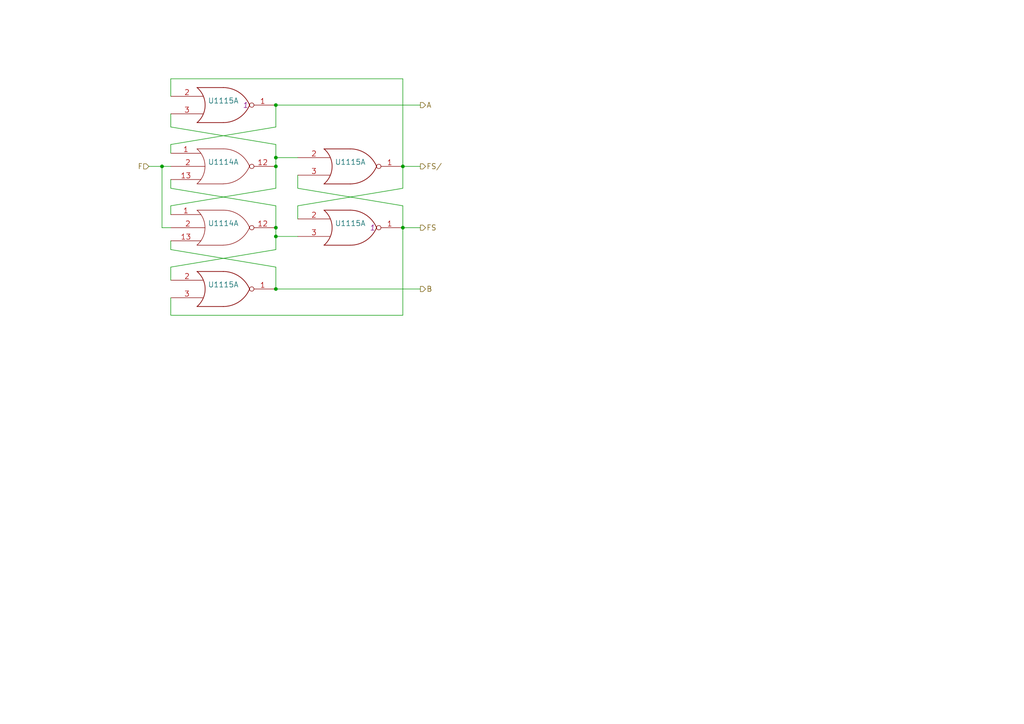
<source format=kicad_sch>
(kicad_sch (version 20211123) (generator eeschema)
  (paper "A4")
  (lib_symbols
    (symbol "agc_kicad_components:74HC02" (pin_names (offset 0.762))
      (property "Reference" "U" (at 0 1.27 0))
      (symbol "74HC02_1_1"
        (arc (start -7.62 -5.08) (mid -5.2708 0) (end -7.62 5.08) (stroke (width 0.2032)))
        (arc (start 0 -5.08) (mid 4.5812 -3.6906) (end 7.62 0) (stroke (width 0.2032)))
        (polyline (pts (xy -7.62 -5.08) (xy 0 -5.08)) (stroke (width 0.2032)))
        (polyline (pts (xy -7.62 5.08) (xy 0 5.08)) (stroke (width 0.2032)))
        (arc (start 7.62 0) (mid 4.5727 3.6819) (end 0 5.08) (stroke (width 0.2032)))
        (pin output inverted (at 15.24 0 180) (length 7.62) (name "~") (number "1"))
        (pin input line (at -15.24 2.54 0) (length 9.398) (name "~") (number "2"))
        (pin input line (at -15.24 -2.54 0) (length 9.398) (name "~") (number "3"))
      )
      (symbol "74HC02_2_1"
        (arc (start -7.62 -5.08) (mid -5.2708 0) (end -7.62 5.08) (stroke (width 0.2032)))
        (arc (start 0 -5.08) (mid 4.5812 -3.6906) (end 7.62 0) (stroke (width 0.2032)))
        (polyline (pts (xy -7.62 -5.08) (xy 0 -5.08)) (stroke (width 0.2032)))
        (polyline (pts (xy -7.62 5.08) (xy 0 5.08)) (stroke (width 0.2032)))
        (arc (start 7.62 0) (mid 4.5727 3.6819) (end 0 5.08) (stroke (width 0.2032)))
        (pin output inverted (at 15.24 0 180) (length 7.62) (name "~") (number "4"))
        (pin input line (at -15.24 2.54 0) (length 9.398) (name "~") (number "5"))
        (pin input line (at -15.24 -2.54 0) (length 9.398) (name "~") (number "6"))
      )
      (symbol "74HC02_3_1"
        (arc (start -7.62 -5.08) (mid -5.2708 0) (end -7.62 5.08) (stroke (width 0.2032)))
        (arc (start 0 -5.08) (mid 4.5812 -3.6906) (end 7.62 0) (stroke (width 0.2032)))
        (polyline (pts (xy -7.62 -5.08) (xy 0 -5.08)) (stroke (width 0.2032)))
        (polyline (pts (xy -7.62 5.08) (xy 0 5.08)) (stroke (width 0.2032)))
        (arc (start 7.62 0) (mid 4.5727 3.6819) (end 0 5.08) (stroke (width 0.2032)))
        (pin output inverted (at 15.24 0 180) (length 7.62) (name "~") (number "10"))
        (pin input line (at -15.24 2.54 0) (length 9.398) (name "~") (number "8"))
        (pin input line (at -15.24 -2.54 0) (length 9.398) (name "~") (number "9"))
      )
      (symbol "74HC02_4_1"
        (arc (start -7.62 -5.08) (mid -5.2708 0) (end -7.62 5.08) (stroke (width 0.2032)))
        (arc (start 0 -5.08) (mid 4.5812 -3.6906) (end 7.62 0) (stroke (width 0.2032)))
        (polyline (pts (xy -7.62 -5.08) (xy 0 -5.08)) (stroke (width 0.2032)))
        (polyline (pts (xy -7.62 5.08) (xy 0 5.08)) (stroke (width 0.2032)))
        (arc (start 7.62 0) (mid 4.5727 3.6819) (end 0 5.08) (stroke (width 0.2032)))
        (pin input line (at -15.24 2.54 0) (length 9.398) (name "~") (number "11"))
        (pin input line (at -15.24 -2.54 0) (length 9.398) (name "~") (number "12"))
        (pin output inverted (at 15.24 0 180) (length 7.62) (name "~") (number "13"))
      )
      (symbol "74HC02_5_0"
        (text "GND" (at 2.54 -3.81 0) (effects (font (size 0.9906 0.9906))))
        (text "VCC" (at 2.54 3.81 0) (effects (font (size 0.9906 0.9906))))
      )
      (symbol "74HC02_5_1"
        (rectangle (start -5.08 2.54) (end 5.08 -2.54))
        (pin power_in line (at 0 6.35 270) (length 3.81) (name "VCC") (number "14"))
        (pin power_in line (at 0 -6.35 90) (length 3.81) (name "GND") (number "7"))
      )
    )
    (symbol "agc_kicad_components:74HC27" (pin_names (offset 0.762))
      (property "Reference" "U" (at 0 1.27 0))
      (symbol "74HC27_1_1"
        (arc (start -7.62 -5.0292) (mid -5.3094 0.0082) (end -7.62 5.0546))
        (arc (start 0 -5.0546) (mid 4.5632 -3.6449) (end 7.5946 0.0508))
        (polyline (pts (xy -7.62 -5.08) (xy 0 -5.08)))
        (polyline (pts (xy -7.62 5.08) (xy 0 5.08)))
        (arc (start 7.62 0) (mid 4.6132 3.6946) (end 0.0508 5.08))
        (pin input line (at -15.24 3.81 0) (length 8.763) (name "~") (number "1"))
        (pin output inverted (at 15.24 0 180) (length 7.62) (name "~") (number "12"))
        (pin input line (at -15.24 -3.81 0) (length 8.763) (name "~") (number "13"))
        (pin input line (at -15.24 0 0) (length 9.906) (name "~") (number "2"))
      )
      (symbol "74HC27_2_1"
        (arc (start -7.62 -5.0292) (mid -5.3094 0.0082) (end -7.62 5.0546))
        (arc (start 0 -5.0546) (mid 4.5632 -3.6449) (end 7.5946 0.0508))
        (polyline (pts (xy -7.62 -5.08) (xy 0 -5.08)))
        (polyline (pts (xy -7.62 5.08) (xy 0 5.08)))
        (arc (start 7.62 0) (mid 4.6132 3.6946) (end 0.0508 5.08))
        (pin input line (at -15.24 3.81 0) (length 8.763) (name "~") (number "3"))
        (pin input line (at -15.24 0 0) (length 9.906) (name "~") (number "4"))
        (pin input line (at -15.24 -3.81 0) (length 8.763) (name "~") (number "5"))
        (pin output inverted (at 15.24 0 180) (length 7.62) (name "~") (number "6"))
      )
      (symbol "74HC27_3_1"
        (arc (start -7.62 -5.0292) (mid -5.3094 0.0082) (end -7.62 5.0546))
        (arc (start 0 -5.0546) (mid 4.5632 -3.6449) (end 7.5946 0.0508))
        (polyline (pts (xy -7.62 -5.08) (xy 0 -5.08)))
        (polyline (pts (xy -7.62 5.08) (xy 0 5.08)))
        (arc (start 7.62 0) (mid 4.6132 3.6946) (end 0.0508 5.08))
        (pin input line (at -15.24 0 0) (length 9.906) (name "~") (number "10"))
        (pin input line (at -15.24 -3.81 0) (length 8.763) (name "~") (number "11"))
        (pin output inverted (at 15.24 0 180) (length 7.62) (name "~") (number "8"))
        (pin input line (at -15.24 3.81 0) (length 8.763) (name "~") (number "9"))
      )
      (symbol "74HC27_4_0"
        (text "GND" (at 2.54 -3.81 0) (effects (font (size 0.9906 0.9906))))
        (text "VCC" (at 2.54 3.81 0) (effects (font (size 0.9906 0.9906))))
      )
      (symbol "74HC27_4_1"
        (rectangle (start -5.08 2.54) (end 5.08 -2.54))
        (pin power_in line (at 0 6.35 270) (length 3.81) (name "VCC") (number "14"))
        (pin power_in line (at 0 -6.35 90) (length 3.81) (name "GND") (number "7"))
      )
    )
  )
  (junction (at 80.01 83.82))
  (junction (at 80.01 45.72))
  (junction (at 116.84 66.04))
  (junction (at 80.01 66.04))
  (junction (at 80.01 30.48))
  (junction (at 80.01 68.58))
  (junction (at 116.84 48.26))
  (junction (at 46.99 48.26))
  (junction (at 80.01 48.26))
  (wire (pts (xy 80.01 48.26) (xy 80.01 54.61)))
  (wire (pts (xy 49.53 77.47) (xy 49.53 81.28)))
  (wire (pts (xy 80.01 30.48) (xy 121.92 30.48)))
  (wire (pts (xy 43.18 48.26) (xy 46.99 48.26)))
  (wire (pts (xy 80.01 72.39) (xy 49.53 77.47)))
  (wire (pts (xy 116.84 66.04) (xy 121.92 66.04)))
  (wire (pts (xy 80.01 41.91) (xy 80.01 45.72)))
  (wire (pts (xy 80.01 66.04) (xy 80.01 68.58)))
  (wire (pts (xy 80.01 45.72) (xy 80.01 48.26)))
  (wire (pts (xy 49.53 59.69) (xy 49.53 62.23)))
  (wire (pts (xy 80.01 54.61) (xy 49.53 59.69)))
  (wire (pts (xy 116.84 66.04) (xy 116.84 91.44)))
  (wire (pts (xy 116.84 48.26) (xy 116.84 54.61)))
  (wire (pts (xy 49.53 54.61) (xy 49.53 52.07)))
  (wire (pts (xy 80.01 36.83) (xy 49.53 41.91)))
  (wire (pts (xy 46.99 48.26) (xy 46.99 66.04)))
  (wire (pts (xy 80.01 77.47) (xy 49.53 72.39)))
  (wire (pts (xy 116.84 48.26) (xy 121.92 48.26)))
  (wire (pts (xy 86.36 59.69) (xy 86.36 63.5)))
  (wire (pts (xy 46.99 66.04) (xy 49.53 66.04)))
  (wire (pts (xy 80.01 83.82) (xy 80.01 77.47)))
  (wire (pts (xy 116.84 54.61) (xy 86.36 59.69)))
  (wire (pts (xy 80.01 83.82) (xy 121.92 83.82)))
  (wire (pts (xy 116.84 59.69) (xy 116.84 66.04)))
  (wire (pts (xy 80.01 59.69) (xy 80.01 66.04)))
  (wire (pts (xy 80.01 68.58) (xy 80.01 72.39)))
  (wire (pts (xy 49.53 41.91) (xy 49.53 44.45)))
  (wire (pts (xy 116.84 59.69) (xy 86.36 54.61)))
  (wire (pts (xy 46.99 48.26) (xy 49.53 48.26)))
  (wire (pts (xy 86.36 68.58) (xy 80.01 68.58)))
  (wire (pts (xy 116.84 91.44) (xy 49.53 91.44)))
  (wire (pts (xy 116.84 22.86) (xy 116.84 48.26)))
  (wire (pts (xy 86.36 54.61) (xy 86.36 50.8)))
  (wire (pts (xy 49.53 22.86) (xy 49.53 27.94)))
  (wire (pts (xy 80.01 41.91) (xy 49.53 36.83)))
  (wire (pts (xy 80.01 30.48) (xy 80.01 36.83)))
  (wire (pts (xy 49.53 72.39) (xy 49.53 69.85)))
  (wire (pts (xy 49.53 91.44) (xy 49.53 86.36)))
  (wire (pts (xy 116.84 22.86) (xy 49.53 22.86)))
  (wire (pts (xy 80.01 59.69) (xy 49.53 54.61)))
  (wire (pts (xy 49.53 36.83) (xy 49.53 33.02)))
  (wire (pts (xy 86.36 45.72) (xy 80.01 45.72)))
  (hierarchical_label "B" (shape output) (at 121.92 83.82 0) (effects (font (size 1.524 1.524))))
  (hierarchical_label "F" (shape input) (at 43.18 48.26 180) (effects (font (size 1.524 1.524))))
  (hierarchical_label "FS/" (shape output) (at 121.92 48.26 0) (effects (font (size 1.524 1.524))))
  (hierarchical_label "A" (shape output) (at 121.92 30.48 0) (effects (font (size 1.524 1.524))))
  (hierarchical_label "FS" (shape output) (at 121.92 66.04 0) (effects (font (size 1.524 1.524))))
  (symbol (lib_id "agc_kicad_components:74HC27") (at 64.77 48.26 0)
    (property "Reference" "U1114" (at 64.77 46.99 0) (effects (font (size 1.524 1.524))))
    (property "Value" "74HC27" (effects hide))
  )
  (symbol (lib_id "agc_kicad_components:74HC27") (at 64.77 66.04 0)
    (property "Reference" "U1114" (at 64.77 64.77 0) (effects (font (size 1.524 1.524))))
    (property "Value" "74HC27" (effects hide))
  )
  (symbol (lib_id "agc_kicad_components:74HC02") (at 64.77 30.48 0)
    (property "Reference" "U1115" (at 64.77 29.21 0) (effects (font (size 1.524 1.524))))
    (property "Value" "74HC02" (effects hide))
    (property "Initial" "1" (at 71.12 30.48 0) (effects (font (size 1.524 1.524) italic)))
  )
  (symbol (lib_id "agc_kicad_components:74HC02") (at 64.77 83.82 0)
    (property "Reference" "U1115" (at 64.77 82.55 0) (effects (font (size 1.524 1.524))))
    (property "Value" "74HC02" (effects hide))
  )
  (symbol (lib_id "agc_kicad_components:74HC02") (at 101.6 48.26 0)
    (property "Reference" "U1115" (at 101.6 46.99 0) (effects (font (size 1.524 1.524))))
    (property "Value" "74HC02" (effects hide))
  )
  (symbol (lib_id "agc_kicad_components:74HC02") (at 101.6 66.04 0)
    (property "Reference" "U1115" (at 101.6 64.77 0) (effects (font (size 1.524 1.524))))
    (property "Value" "74HC02" (effects hide))
    (property "Initial" "1" (at 107.95 66.04 0) (effects (font (size 1.524 1.524) italic)))
  )
)
</source>
